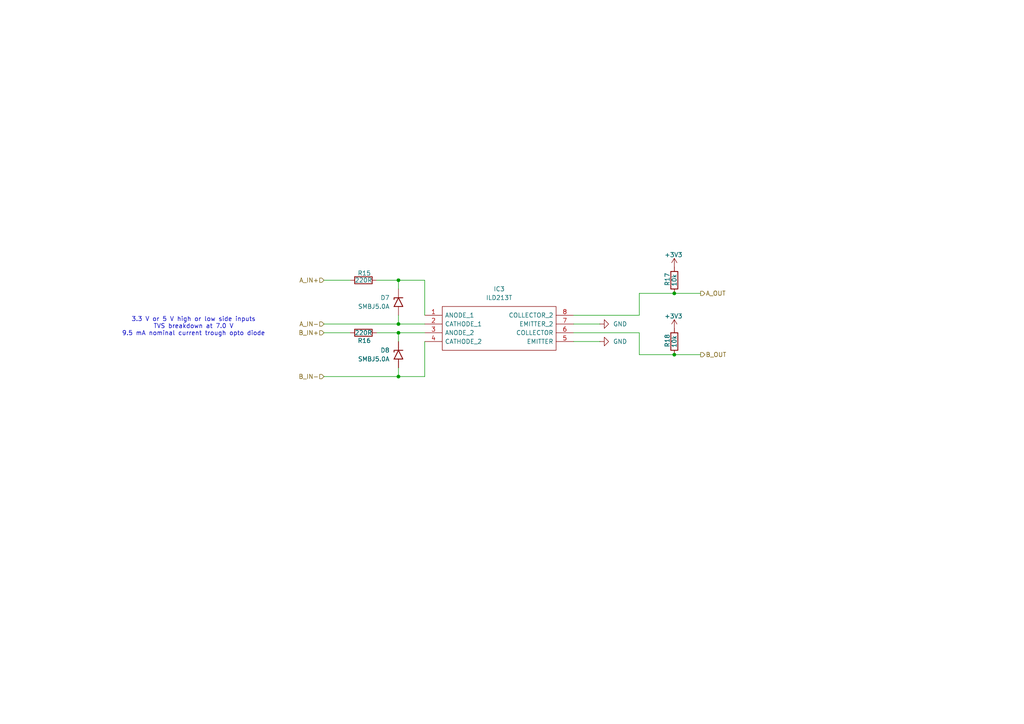
<source format=kicad_sch>
(kicad_sch (version 20231120) (generator "eeschema") (generator_version "8.0")
  (paper "A4")
  (lib_symbols
    (symbol "Device:R" (pin_numbers hide) (pin_names (offset 0))
      (property "Reference" "R" (at 2.032 0 90))
      (property "Value" "R" (at 0 0 90))
      (symbol "R_0_1"
        (rectangle (start -1.016 -2.54) (end 1.016 2.54) (stroke (width 0.254)))
      )
      (symbol "R_1_1"
        (pin passive line (at 0 3.81 270) (length 1.27) (name "~") (number "1"))
        (pin passive line (at 0 -3.81 90) (length 1.27) (name "~") (number "2"))
      )
    )
    (symbol "Diode:SM6T10A" (pin_numbers hide) (pin_names (offset 1.016) hide)
      (property "Reference" "D" (at 0 2.54 0))
      (property "Value" "SM6T10A" (at 0 -2.54 0))
      (symbol "SM6T10A_0_1"
        (polyline (pts (xy -0.762 1.27) (xy -1.27 1.27) (xy -1.27 -1.27)) (stroke (width 0.254)))
        (polyline (pts (xy 1.27 1.27) (xy 1.27 -1.27) (xy -1.27 0) (xy 1.27 1.27)) (stroke (width 0.254)))
      )
      (symbol "SM6T10A_1_1"
        (pin passive line (at -3.81 0 0) (length 2.54) (name "A1") (number "1"))
        (pin passive line (at 3.81 0 180) (length 2.54) (name "A2") (number "2"))
      )
    )
    (symbol "SamacSys_Parts:ILD213T" (pin_names (offset 0.762))
      (property "Reference" "IC" (at 39.37 7.62 0))
      (property "Value" "ILD213T" (at 39.37 5.08 0))
      (symbol "ILD213T_0_0"
        (pin passive line (at 0 0 0) (length 5.08) (name "ANODE_1") (number "1"))
        (pin passive line (at 0 -2.54 0) (length 5.08) (name "CATHODE_1") (number "2"))
        (pin passive line (at 0 -5.08 0) (length 5.08) (name "ANODE_2") (number "3"))
        (pin passive line (at 0 -7.62 0) (length 5.08) (name "CATHODE_2") (number "4"))
        (pin passive line (at 43.18 -7.62 180) (length 5.08) (name "EMITTER") (number "5"))
        (pin passive line (at 43.18 -5.08 180) (length 5.08) (name "COLLECTOR") (number "6"))
        (pin passive line (at 43.18 -2.54 180) (length 5.08) (name "EMITTER_2") (number "7"))
        (pin passive line (at 43.18 0 180) (length 5.08) (name "COLLECTOR_2") (number "8"))
      )
      (symbol "ILD213T_0_1"
        (polyline (pts (xy 5.08 2.54) (xy 38.1 2.54) (xy 38.1 -10.16) (xy 5.08 -10.16) (xy 5.08 2.54)) (stroke (width 0.1524)))
      )
    )
    (symbol "power:+3V3" (power) (pin_numbers hide) (pin_names (offset 0) hide)
      (property "Value" "+3V3" (at 0 3.556 0))
      (symbol "+3V3_0_1"
        (polyline (pts (xy -0.762 1.27) (xy 0 2.54)))
        (polyline (pts (xy 0 0) (xy 0 2.54)))
        (polyline (pts (xy 0 2.54) (xy 0.762 1.27)))
      )
      (symbol "+3V3_1_1"
        (pin power_in line (at 0 0 90) (length 0) (name "~") (number "1"))
      )
    )
    (symbol "power:GND" (power) (pin_numbers hide) (pin_names (offset 0) hide)
      (property "Value" "GND" (at 0 -3.81 0))
      (symbol "GND_0_1"
        (polyline (pts (xy 0 0) (xy 0 -1.27) (xy 1.27 -1.27) (xy 0 -2.54) (xy -1.27 -1.27) (xy 0 -1.27)))
      )
      (symbol "GND_1_1"
        (pin power_in line (at 0 0 270) (length 0) (name "~") (number "1"))
      )
    )
  )
  (junction (at 195.58 102.87))
  (junction (at 115.57 109.22))
  (junction (at 115.57 93.98))
  (junction (at 195.58 85.09))
  (junction (at 115.57 81.28))
  (junction (at 115.57 96.52))
  (wire (pts (xy 185.42 102.87) (xy 195.58 102.87)))
  (wire (pts (xy 123.19 99.06) (xy 123.19 109.22)))
  (wire (pts (xy 166.37 93.98) (xy 173.99 93.98)))
  (wire (pts (xy 115.57 91.44) (xy 115.57 93.98)))
  (wire (pts (xy 185.42 96.52) (xy 185.42 102.87)))
  (wire (pts (xy 115.57 106.68) (xy 115.57 109.22)))
  (wire (pts (xy 109.22 96.52) (xy 115.57 96.52)))
  (wire (pts (xy 185.42 85.09) (xy 195.58 85.09)))
  (wire (pts (xy 115.57 109.22) (xy 123.19 109.22)))
  (wire (pts (xy 123.19 81.28) (xy 115.57 81.28)))
  (wire (pts (xy 93.98 96.52) (xy 101.6 96.52)))
  (wire (pts (xy 166.37 91.44) (xy 185.42 91.44)))
  (wire (pts (xy 115.57 93.98) (xy 123.19 93.98)))
  (wire (pts (xy 93.98 109.22) (xy 115.57 109.22)))
  (wire (pts (xy 115.57 96.52) (xy 115.57 99.06)))
  (wire (pts (xy 123.19 91.44) (xy 123.19 81.28)))
  (wire (pts (xy 195.58 102.87) (xy 203.2 102.87)))
  (wire (pts (xy 93.98 93.98) (xy 115.57 93.98)))
  (wire (pts (xy 185.42 91.44) (xy 185.42 85.09)))
  (wire (pts (xy 115.57 81.28) (xy 115.57 83.82)))
  (wire (pts (xy 166.37 99.06) (xy 173.99 99.06)))
  (wire (pts (xy 93.98 81.28) (xy 101.6 81.28)))
  (wire (pts (xy 115.57 96.52) (xy 123.19 96.52)))
  (wire (pts (xy 166.37 96.52) (xy 185.42 96.52)))
  (wire (pts (xy 195.58 85.09) (xy 203.2 85.09)))
  (wire (pts (xy 115.57 81.28) (xy 109.22 81.28)))
  (text "3.3 V or 5 V high or low side inputs\nTVS breakdown at 7.0 V\n9.5 mA nominal current trough opto diode" (at 56.134 94.742 0) (effects (font (size 1.27 1.27))))
  (hierarchical_label "A_IN+" (shape input) (at 93.98 81.28 180))
  (hierarchical_label "B_OUT" (shape output) (at 203.2 102.87 0))
  (hierarchical_label "B_IN+" (shape input) (at 93.98 96.52 180))
  (hierarchical_label "B_IN-" (shape input) (at 93.98 109.22 180))
  (hierarchical_label "A_IN-" (shape input) (at 93.98 93.98 180))
  (hierarchical_label "A_OUT" (shape output) (at 203.2 85.09 0))
  (symbol (lib_id "Diode:SM6T10A") (at 115.57 87.63 90) (mirror x) (unit 1)
    (property "Reference" "D7" (at 113.03 86.3599 90) (effects (justify left)))
    (property "Value" "SMBJ5.0A" (at 113.03 88.8999 90) (effects (justify left)))
    (property "Footprint" "Diode_SMD:D_SMB" (effects (hide yes)))
    (property "Datasheet" "https://www.st.com/resource/en/datasheet/sm6t.pdf" (effects (hide yes)))
    (property "Description" "600W unidirectional Transil Transient Voltage Suppressor, 10Vrwm, DO-214AA" (effects (hide yes)))
  )
  (symbol (lib_id "Device:R") (at 105.41 96.52 90) (unit 1)
    (property "Reference" "R16" (at 105.664 98.806 90))
    (property "Value" "220R" (at 105.41 96.52 90))
    (property "Footprint" "Resistor_SMD:R_0805_2012Metric_Pad1.20x1.40mm_HandSolder" (effects (hide yes)))
    (property "Description" "Resistor" (effects (hide yes)))
  )
  (symbol (lib_id "SamacSys_Parts:ILD213T") (at 123.19 91.44 0) (unit 1)
    (property "Reference" "IC3" (at 144.78 83.82 0))
    (property "Value" "ILD213T" (at 144.78 86.36 0))
    (property "Footprint" "SamacSys_Parts:SOIC127P610X350-8N" (effects (hide yes)))
    (property "Datasheet" "https://datasheet.datasheetarchive.com/originals/distributors/Datasheets-DGA15/789331.pdf" (effects (hide yes)))
    (property "Description" "Optocoupler DC-IN 2-CH Trans DC-OUT" (effects (hide yes)))
    (property "Description_1" "Optocoupler DC-IN 2-CH Trans DC-OUT" (effects (hide yes)))
    (property "Height" "3.5" (effects (hide yes)))
    (property "Mouser Part Number" "782-ILD213T" (effects (hide yes)))
    (property "Mouser Price/Stock" "https://www.mouser.co.uk/ProductDetail/Vishay-Semiconductors/ILD213T?qs=xCMk%252BIHWTZN9Ko3amL73Sw%3D%3D" (effects (hide yes)))
    (property "Manufacturer_Name" "Vishay" (effects (hide yes)))
    (property "Manufacturer_Part_Number" "ILD213T" (effects (hide yes)))
  )
  (symbol (lib_id "Diode:SM6T10A") (at 115.57 102.87 90) (mirror x) (unit 1)
    (property "Reference" "D8" (at 113.03 101.5999 90) (effects (justify left)))
    (property "Value" "SMBJ5.0A" (at 113.03 104.1399 90) (effects (justify left)))
    (property "Footprint" "Diode_SMD:D_SMB" (effects (hide yes)))
    (property "Datasheet" "https://www.st.com/resource/en/datasheet/sm6t.pdf" (effects (hide yes)))
    (property "Description" "600W unidirectional Transil Transient Voltage Suppressor, 10Vrwm, DO-214AA" (effects (hide yes)))
  )
  (symbol (lib_id "Device:R") (at 195.58 81.28 180) (unit 1)
    (property "Reference" "R17" (at 193.548 81.026 90))
    (property "Value" "10k" (at 195.58 81.28 90))
    (property "Footprint" "Resistor_SMD:R_0805_2012Metric_Pad1.20x1.40mm_HandSolder" (effects (hide yes)))
    (property "Description" "Resistor" (effects (hide yes)))
  )
  (symbol (lib_id "Device:R") (at 195.58 99.06 180) (unit 1)
    (property "Reference" "R18" (at 193.548 98.806 90))
    (property "Value" "10k" (at 195.58 99.06 90))
    (property "Footprint" "Resistor_SMD:R_0805_2012Metric_Pad1.20x1.40mm_HandSolder" (effects (hide yes)))
    (property "Description" "Resistor" (effects (hide yes)))
  )
  (symbol (lib_id "power:GND") (at 173.99 99.06 90) (unit 1)
    (property "Reference" "#PWR059" (effects (hide yes)))
    (property "Value" "GND" (at 177.8 99.0599 90) (effects (justify right)))
    (property "Description" "Power symbol creates a global label with name \"GND\" , ground" (effects (hide yes)))
  )
  (symbol (lib_id "Device:R") (at 105.41 81.28 90) (unit 1)
    (property "Reference" "R15" (at 105.664 79.248 90))
    (property "Value" "220R" (at 105.41 81.28 90))
    (property "Footprint" "Resistor_SMD:R_0805_2012Metric_Pad1.20x1.40mm_HandSolder" (effects (hide yes)))
    (property "Description" "Resistor" (effects (hide yes)))
  )
  (symbol (lib_id "power:+3V3") (at 195.58 95.25 0) (unit 1)
    (property "Reference" "#PWR061" (effects (hide yes)))
    (property "Value" "+3V3" (at 195.326 91.694 0))
    (property "Description" "Power symbol creates a global label with name \"+3V3\"" (effects (hide yes)))
  )
  (symbol (lib_id "power:GND") (at 173.99 93.98 90) (unit 1)
    (property "Reference" "#PWR058" (effects (hide yes)))
    (property "Value" "GND" (at 177.8 93.9799 90) (effects (justify right)))
    (property "Description" "Power symbol creates a global label with name \"GND\" , ground" (effects (hide yes)))
  )
  (symbol (lib_id "power:+3V3") (at 195.58 77.47 0) (unit 1)
    (property "Reference" "#PWR060" (effects (hide yes)))
    (property "Value" "+3V3" (at 195.326 73.914 0))
    (property "Description" "Power symbol creates a global label with name \"+3V3\"" (effects (hide yes)))
  )
)
</source>
